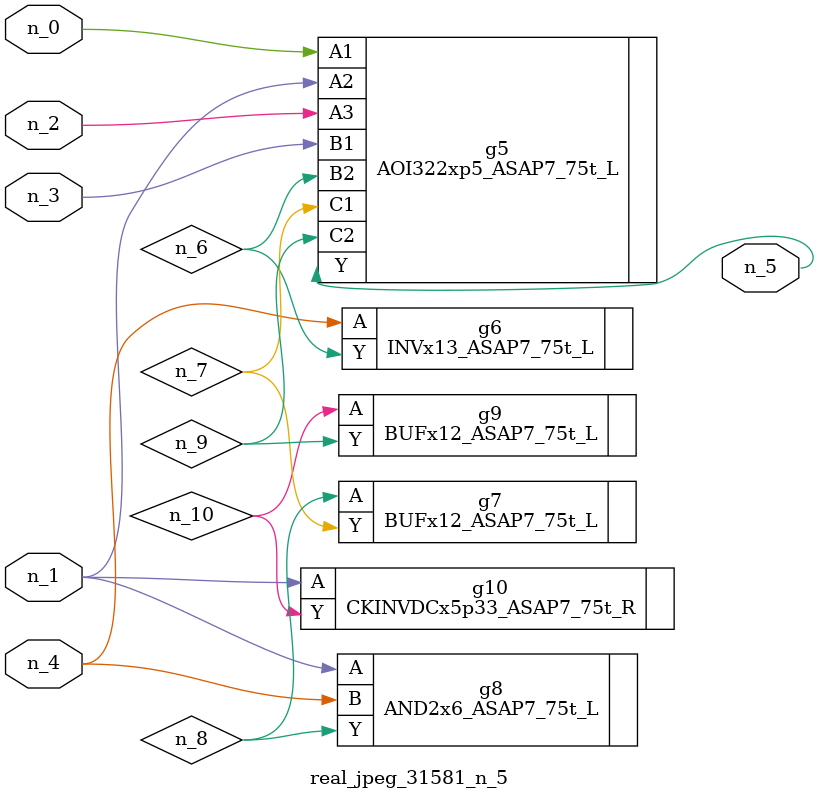
<source format=v>
module real_jpeg_31581_n_5 (n_4, n_0, n_1, n_2, n_3, n_5);

input n_4;
input n_0;
input n_1;
input n_2;
input n_3;

output n_5;

wire n_8;
wire n_6;
wire n_7;
wire n_10;
wire n_9;

AOI322xp5_ASAP7_75t_L g5 ( 
.A1(n_0),
.A2(n_1),
.A3(n_2),
.B1(n_3),
.B2(n_6),
.C1(n_7),
.C2(n_9),
.Y(n_5)
);

AND2x6_ASAP7_75t_L g8 ( 
.A(n_1),
.B(n_4),
.Y(n_8)
);

CKINVDCx5p33_ASAP7_75t_R g10 ( 
.A(n_1),
.Y(n_10)
);

INVx13_ASAP7_75t_L g6 ( 
.A(n_4),
.Y(n_6)
);

BUFx12_ASAP7_75t_L g7 ( 
.A(n_8),
.Y(n_7)
);

BUFx12_ASAP7_75t_L g9 ( 
.A(n_10),
.Y(n_9)
);


endmodule
</source>
